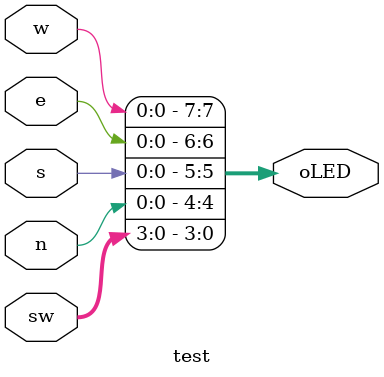
<source format=v>
module test(
	input w, e, s, n,
	input [3:0] sw,
	output [7:0] oLED
);

assign oLED = {w, e, s, n, sw};

endmodule

</source>
